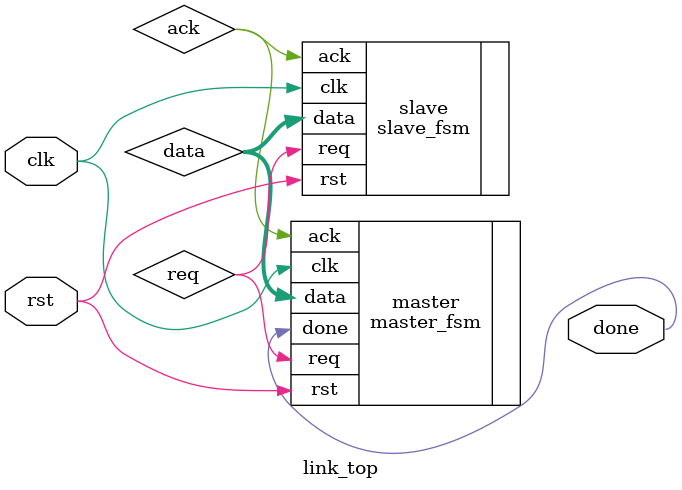
<source format=v>
module link_top(
    input wire clk,
    input wire rst,
    output wire done
);

    wire req, ack;
    wire [7:0] data;
    
    master_fsm master (
        .clk(clk),
        .rst(rst),
        .ack(ack),
        .req(req),
        .data(data),
        .done(done)
    );
    
    slave_fsm slave (
        .clk(clk),
        .rst(rst),
        .req(req),
        .data(data),
        .ack(ack)
    );

endmodule

</source>
